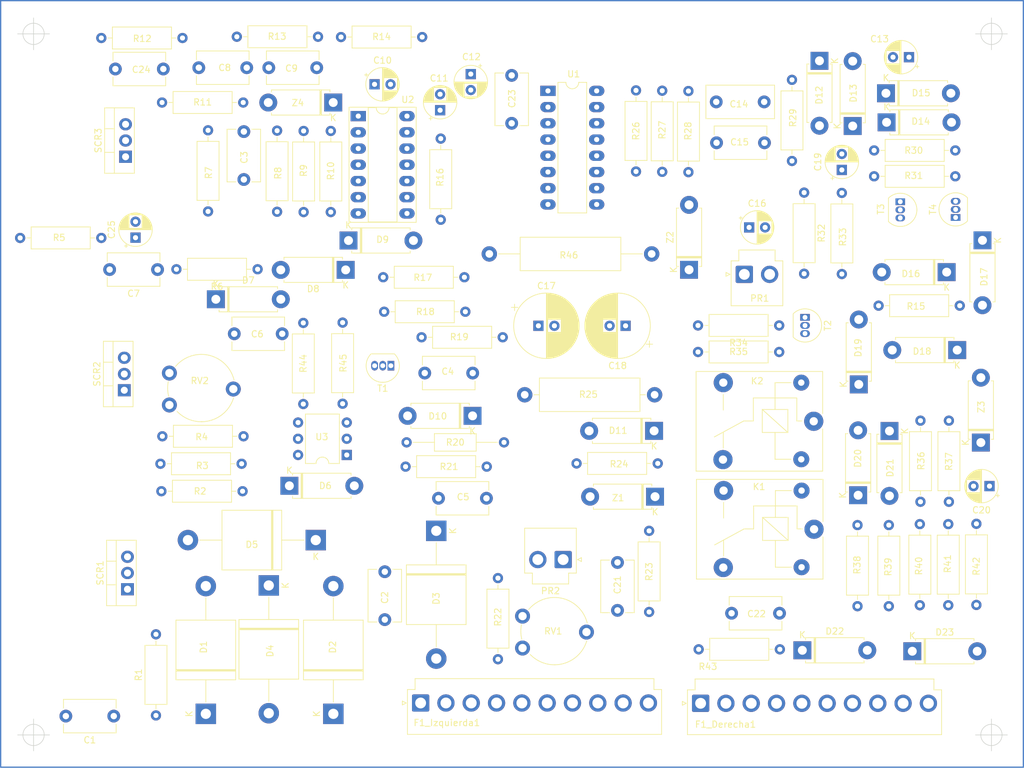
<source format=kicad_pcb>
(kicad_pcb (version 20211014) (generator pcbnew)
  (layers (0 "F.Cu" signal) (31 "B.Cu" signal) (34 "B.Paste" user) (35 "F.Paste" user) (36 "B.SilkS" user "B.Silkscreen") (37 "F.SilkS" user "F.Silkscreen") (38 "B.Mask" user) (39 "F.Mask" user) (44 "Edge.Cuts" user))
  (net 0 "")
  (net 1 "Net-(C1-Pad1)")
  (net 2 "/F1_Izq_pin10")
  (net 3 "Net-(C2-Pad1)")
  (net 4 "/F1_Izq_pin7")
  (net 5 "Net-(C3-Pad1)")
  (net 6 "Net-(C3-Pad2)")
  (net 7 "/+VCC")
  (net 8 "Net-(C4-Pad2)")
  (net 9 "/F1_Izq_pin6")
  (net 10 "GND")
  (net 11 "Net-(C6-Pad1)")
  (net 12 "Net-(C25-Pad1)")
  (net 13 "Net-(C8-Pad2)")
  (net 14 "Net-(C9-Pad2)")
  (net 15 "Net-(C11-Pad1)")
  (net 16 "/4027_12")
  (net 17 "Net-(C14-Pad2)")
  (net 18 "Net-(C15-Pad1)")
  (net 19 "/PR4_pin2_+VCC")
  (net 20 "/PR4_pin1")
  (net 21 "Net-(C19-Pad1)")
  (net 22 "Net-(C20-Pad1)")
  (net 23 "/F1_Izq_pin1")
  (net 24 "Net-(C21-Pad2)")
  (net 25 "/F1_Der_pin9")
  (net 26 "/4027_1")
  (net 27 "/F1_Izq_pin8")
  (net 28 "/R11")
  (net 29 "/F1_Izq_pin9")
  (net 30 "Net-(D6-Pad1)")
  (net 31 "Net-(D9-Pad2)")
  (net 32 "Net-(D10-Pad2)")
  (net 33 "Net-(D11-Pad1)")
  (net 34 "Net-(D12-Pad2)")
  (net 35 "Net-(D13-Pad1)")
  (net 36 "/4027_15")
  (net 37 "Net-(D16-Pad1)")
  (net 38 "Net-(D16-Pad2)")
  (net 39 "Net-(D17-Pad2)")
  (net 40 "Net-(D18-Pad1)")
  (net 41 "Net-(D18-Pad2)")
  (net 42 "Net-(D20-Pad1)")
  (net 43 "/F1_Der_pin5")
  (net 44 "/F1_Der_pin2")
  (net 45 "/F1_Der_pin1")
  (net 46 "/F1_Der_pin3")
  (net 47 "/F1_Der_pin4")
  (net 48 "/F1_Der_pin6")
  (net 49 "/F1_Der_pin7")
  (net 50 "/F1_Der_pin8")
  (net 51 "/F1_Der_pin10")
  (net 52 "/F1_Izq_pin2")
  (net 53 "/F1_Izq_pin4")
  (net 54 "/F1_Izq_pin5")
  (net 57 "Net-(R2-Pad1)")
  (net 58 "/R2")
  (net 59 "/R4")
  (net 60 "Net-(R7-Pad2)")
  (net 61 "Net-(R8-Pad2)")
  (net 62 "Net-(R11-Pad1)")
  (net 63 "/4027_14")
  (net 64 "/4027_7")
  (net 65 "Net-(R30-Pad2)")
  (net 66 "Net-(R32-Pad2)")
  (net 67 "Net-(R44-Pad1)")
  (net 68 "Net-(R45-Pad1)")
  (net 69 "Net-(R45-Pad2)")
  (net 73 "Net-(PR2-Pad1)")
  (net 74 "Net-(K1-Pad2)")
  (net 75 "Net-(R43-Pad1)")
  (footprint "Resistor_THT:R_Axial_DIN0309_L9.0mm_D3.2mm_P12.70mm_Horizontal" (layer "F.Cu") (at 220.0475 109.5 90)
    (fp_text reference "R37")
    (fp_text value "2,2K")
  )
  (footprint "Package_TO_SOT_THT:TO-92_Inline" (layer "F.Cu") (at 197.5375 80.63 -90)
    (fp_text reference "T2")
    (fp_text value "KSP92")
  )
  (footprint "Resistor_THT:R_Axial_DIN0309_L9.0mm_D3.2mm_P12.70mm_Horizontal" (layer "F.Cu") (at 95.9975 142.95 90)
    (fp_text reference "R1")
    (fp_text value "47")
  )
  (footprint "Capacitor_THT:CP_Radial_D5.0mm_P2.50mm" (layer "F.Cu") (at 92.7975 68.155112 90)
    (fp_text reference "C25")
    (fp_text value "22uFx100V")
  )
  (footprint "Resistor_THT:R_Axial_DIN0309_L9.0mm_D3.2mm_P12.70mm_Horizontal" (layer "F.Cu") (at 149.4975 134.15 90)
    (fp_text reference "R22")
    (fp_text value "12")
  )
  (footprint "Diode_THT:D_5W_P10.16mm_Horizontal" (layer "F.Cu") (at 219.6975 73.55 180)
    (fp_text reference "D16")
    (fp_text value "1N4148")
  )
  (footprint "Diode_THT:D_P600_R-6_P20.00mm_Horizontal" (layer "F.Cu") (at 120.9975 115.5 180)
    (fp_text reference "D5")
    (fp_text value "1N5408")
  )
  (footprint "Resistor_THT:R_Axial_DIN0309_L9.0mm_D3.2mm_P12.70mm_Horizontal" (layer "F.Cu") (at 109.3975 103.55 180)
    (fp_text reference "R3")
    (fp_text value "220")
  )
  (footprint "Capacitor_THT:CP_Radial_D5.0mm_P2.50mm" (layer "F.Cu") (at 145.2475 42.544888 -90)
    (fp_text reference "C12")
    (fp_text value "1uF x 50V")
  )
  (footprint "Resistor_THT:R_Axial_DIN0207_L6.3mm_D2.5mm_P15.24mm_Horizontal" (layer "F.Cu") (at 150.4475 100.2 180)
    (fp_text reference "R20")
    (fp_text value "6,8K")
  )
  (footprint "Capacitor_THT:C_Disc_D8.0mm_W5.0mm_P7.50mm" (layer "F.Cu") (at 109.7475 51.55 -90)
    (fp_text reference "C3")
    (fp_text value "103")
  )
  (footprint "Diode_THT:D_5W_P10.16mm_Horizontal" (layer "F.Cu") (at 126.1175 68.6)
    (fp_text reference "D9")
    (fp_text value "1N4148")
  )
  (footprint "Capacitor_THT:CP_Radial_D5.0mm_P2.50mm" (layer "F.Cu") (at 140.4475 48.205112 90)
    (fp_text reference "C11")
    (fp_text value "4,7uFx50V")
  )
  (footprint "Capacitor_THT:CP_Radial_D5.0mm_P2.50mm" (layer "F.Cu") (at 188.792388 66.55)
    (fp_text reference "C16")
    (fp_text value "33ufx50V")
  )
  (footprint "Capacitor_THT:CP_Radial_D5.0mm_P2.50mm" (layer "F.Cu") (at 203.2975 57.55 90)
    (fp_text reference "C19")
    (fp_text value "1uFx50V")
  )
  (footprint "Capacitor_THT:CP_Radial_D10.0mm_P2.50mm" (layer "F.Cu") (at 169.465177 81.95 180)
    (fp_text reference "C18")
    (fp_text value "100uFx50V")
  )
  (footprint "Resistor_THT:R_Axial_DIN0309_L9.0mm_D3.2mm_P12.70mm_Horizontal" (layer "F.Cu") (at 108.6475 36.7)
    (fp_text reference "R13")
    (fp_text value "33K")
  )
  (footprint "Capacitor_THT:C_Disc_D8.0mm_W5.0mm_P7.50mm" (layer "F.Cu") (at 113.6475 41.55)
    (fp_text reference "C9")
    (fp_text value "224x250V")
  )
  (footprint "Capacitor_THT:C_Disc_D8.0mm_W5.0mm_P7.50mm" (layer "F.Cu") (at 193.55 126.95 180)
    (fp_text reference "C22")
    (fp_text value "104K-250V")
  )
  (footprint "Capacitor_THT:CP_Radial_D5.0mm_P2.50mm" (layer "F.Cu") (at 130.192388 44.15)
    (fp_text reference "C10")
    (fp_text value "1ux50V")
  )
  (footprint "Resistor_THT:R_Axial_DIN0516_L15.5mm_D5.0mm_P20.32mm_Horizontal" (layer "F.Cu") (at 153.6875 92.75)
    (fp_text reference "R25")
    (fp_text value "47 x2 W")
  )
  (footprint "Package_DIP:DIP-6_W7.62mm" (layer "F.Cu") (at 125.8475 102.175 180)
    (fp_text reference "U3")
    (fp_text value "MOC3022M")
  )
  (footprint "Resistor_THT:R_Axial_DIN0309_L9.0mm_D3.2mm_P12.70mm_Horizontal" (layer "F.Cu") (at 205.7475 113.15 -90)
    (fp_text reference "R38")
    (fp_text value "470 x 0,5W")
  )
  (footprint "Connector_JST:JST_VH_B10P-VH-B_1x10_P3.96mm_Vertical" (layer "F.Cu") (at 181.2025 141.05)
    (fp_text reference "F1_Derecha1")
    (fp_text value "Conn_01x10_Male")
  )
  (footprint "Resistor_THT:R_Axial_DIN0309_L9.0mm_D3.2mm_P12.70mm_Horizontal" (layer "F.Cu") (at 123.3475 51.45 -90)
    (fp_text reference "R10")
    (fp_text value "330K")
  )
  (footprint "Resistor_THT:R_Axial_DIN0309_L9.0mm_D3.2mm_P12.70mm_Horizontal" (layer "F.Cu") (at 100.1475 36.9 180)
    (fp_text reference "R12")
    (fp_text value "220")
  )
  (footprint "Resistor_THT:R_Axial_DIN0309_L9.0mm_D3.2mm_P12.70mm_Horizontal" (layer "F.Cu") (at 131.6975 79.75)
    (fp_text reference "R18")
    (fp_text value "180K")
  )
  (footprint "Package_TO_SOT_THT:TO-220-3_Vertical" (layer "F.Cu") (at 91.0425 92.04 90)
    (fp_text reference "SCR2")
    (fp_text value "TYN612")
  )
  (footprint "Resistor_THT:R_Axial_DIN0309_L9.0mm_D3.2mm_P12.70mm_Horizontal" (layer "F.Cu") (at 135.0475 104)
    (fp_text reference "R21")
    (fp_text value "4,7K")
  )
  (footprint "Diode_THT:D_5W_P10.16mm_Horizontal" (layer "F.Cu") (at 197.1175 132.75)
    (fp_text reference "D22")
    (fp_text value "1N4007")
  )
  (footprint "Resistor_THT:R_Axial_DIN0309_L9.0mm_D3.2mm_P12.70mm_Horizontal" (layer "F.Cu") (at 180.7975 86.05)
    (fp_text reference "R35")
    (fp_text value "470 x 0,5W")
  )
  (footprint "Resistor_THT:R_Axial_DIN0309_L9.0mm_D3.2mm_P12.70mm_Horizontal" (layer "F.Cu") (at 179.2975 57.9 90)
    (fp_text reference "R28")
    (fp_text value "33K")
  )
  (footprint "Resistor_THT:R_Axial_DIN0309_L9.0mm_D3.2mm_P12.70mm_Horizontal" (layer "F.Cu") (at 109.6975 99.25 180)
    (fp_text reference "R4")
    (fp_text value "220")
  )
  (footprint "Resistor_THT:R_Axial_DIN0309_L9.0mm_D3.2mm_P12.70mm_Horizontal" (layer "F.Cu") (at 224.3475 112.95 -90)
    (fp_text reference "R42")
    (fp_text value "120K")
  )
  (footprint "Connector_JST:JST_VH_B10P-VH-B_1x10_P3.96mm_Vertical" (layer "F.Cu") (at 137.4 141)
    (fp_text reference "F1_Izquierda1")
    (fp_text value "Conn_01x10_Male")
  )
  (footprint "Resistor_THT:R_Axial_DIN0309_L9.0mm_D3.2mm_P12.70mm_Horizontal" (layer "F.Cu") (at 109.6475 47 180)
    (fp_text reference "R11")
    (fp_text value "47")
  )
  (footprint "Resistor_THT:R_Axial_DIN0309_L9.0mm_D3.2mm_P12.70mm_Horizontal" (layer "F.Cu") (at 150.2475 83.75 180)
    (fp_text reference "R19")
    (fp_text value "82K")
  )
  (footprint "Package_TO_SOT_THT:TO-92_Inline" (layer "F.Cu") (at 221.0975 65 90)
    (fp_text reference "T4")
    (fp_text value "BC548")
  )
  (footprint "Resistor_THT:R_Axial_DIN0309_L9.0mm_D3.2mm_P12.70mm_Horizontal" (layer "F.Cu") (at 208.3475 58.55)
    (fp_text reference "R31")
    (fp_text value "3,3K")
  )
  (footprint "Diode_THT:D_5W_P10.16mm_Horizontal" (layer "F.Cu") (at 221.3475 85.75 180)
    (fp_text reference "D18")
    (fp_text value "1N4148")
  )
  (footprint "Resistor_THT:R_Axial_DIN0309_L9.0mm_D3.2mm_P12.70mm_Horizontal" (layer "F.Cu") (at 111.8975 73.1 180)
    (fp_text reference "R6")
    (fp_text value "220K")
  )
  (footprint "Package_DIP:DIP-16_W7.62mm_LongPads" (layer "F.Cu") (at 157.3225 45.175)
    (fp_text reference "U1")
    (fp_text value "CD4027BE")
  )
  (footprint "Capacitor_THT:C_Disc_D8.0mm_W5.0mm_P7.50mm" (layer "F.Cu") (at 131.7975 127.95 90)
    (fp_text reference "C2")
    (fp_text value "224 x250 V")
  )
  (footprint "Diode_THT:D_5W_P10.16mm_Horizontal" (layer "F.Cu") (at 116.8675 107)
    (fp_text reference "D6")
    (fp_text value "1N4007")
  )
  (footprint "Resistor_THT:R_Axial_DIN0309_L9.0mm_D3.2mm_P12.70mm_Horizontal" (layer "F.Cu") (at 119.0475 94.2 90)
    (fp_text reference "R44")
    (fp_text value "82K")
  )
  (footprint "Capacitor_THT:C_Disc_D8.0mm_W5.0mm_P7.50mm" (layer "F.Cu") (at 145.5475 89.35 180)
    (fp_text reference "C4")
    (fp_text value "104")
  )
  (footprint "Resistor_THT:R_Axial_DIN0309_L9.0mm_D3.2mm_P12.70mm_Horizontal" (layer "F.Cu") (at 171.0975 45.1 -90)
    (fp_text reference "R26")
    (fp_text value "1,5M")
  )
  (footprint "Package_TO_SOT_THT:TO-220-3_Vertical" (layer "F.Cu") (at 91.2425 55.49 90)
    (fp_text reference "SCR3")
    (fp_text value "TYN612")
  )
  (footprint "Resistor_THT:R_Axial_DIN0309_L9.0mm_D3.2mm_P12.70mm_Horizontal" (layer "F.Cu") (at 114.9475 64.1 90)
    (fp_text reference "R8")
    (fp_text value "470K")
  )
  (footprint "Resistor_THT:R_Axial_DIN0309_L9.0mm_D3.2mm_P12.70mm_Horizontal" (layer "F.Cu") (at 109.5475 107.85 180)
    (fp_text reference "R2")
    (fp_text value "220")
  )
  (footprint "Diode_THT:D_5W_P10.16mm_Horizontal" (layer "F.Cu") (at 210.7475 98.42 -90)
    (fp_text reference "D21")
    (fp_text value "1N4007")
  )
  (footprint "Resistor_THT:R_Axial_DIN0309_L9.0mm_D3.2mm_P12.70mm_Horizontal" (layer "F.Cu") (at 208.3475 54.5)
    (fp_text reference "R30")
    (fp_text value "12K")
  )
  (footprint "Diode_THT:D_P600_R-6_P20.00mm_Horizontal" (layer "F.Cu") (at 103.7975 142.7 90)
    (fp_text reference "D1")
    (fp_text value "6A8")
  )
  (footprint "Resistor_THT:R_Axial_DIN0309_L9.0mm_D3.2mm_P12.70mm_Horizontal" (layer "F.Cu") (at 215.5975 109.5 90)
    (fp_text reference "R36")
    (fp_text value "22K")
  )
  (footprint "Diode_THT:D_5W_P10.16mm_Horizontal" (layer "F.Cu") (at 205.8475 108.48 90)
    (fp_text reference "D20")
    (fp_text value "IN4148")
  )
  (footprint "Capacitor_THT:C_Disc_D8.0mm_W5.0mm_P7.50mm" (layer "F.Cu") (at 96.2475 73.15 180)
    (fp_text reference "C7")
    (fp_text value "104")
  )
  (footprint "Resistor_THT:R_Axial_DIN0309_L9.0mm_D3.2mm_P12.70mm_Horizontal" (layer "F.Cu") (at 104.1475 51.35 -90)
    (fp_text reference "R7")
    (fp_text value "2,2K")
  )
  (footprint "Resistor_THT:R_Axial_DIN0309_L9.0mm_D3.2mm_P12.70mm_Horizontal" (layer "F.Cu") (at 124.9475 36.75)
    (fp_text reference "R14")
    (fp_text value "1M")
  )
  (footprint "Resistor_THT:R_Axial_DIN0309_L9.0mm_D3.2mm_P12.70mm_Horizontal" (layer "F.Cu") (at 195.4975 43.45 -90)
    (fp_text reference "R29")
    (fp_text value "33K")
  )
  (footprint "Resistor_THT:R_Axial_DIN0309_L9.0mm_D3.2mm_P12.70mm_Horizontal" (layer "F.Cu") (at 193.6 132.6 180)
    (fp_text reference "R43")
    (fp_text value "22")
  )
  (footprint "Capacitor_THT:C_Disc_D8.0mm_W5.0mm_P7.50mm" (layer "F.Cu") (at 102.6975 41.55)
    (fp_text reference "C8")
    (fp_text value "473")
  )
  (footprint "Resistor_THT:R_Axial_DIN0309_L9.0mm_D3.2mm_P12.70mm_Horizontal" (layer "F.Cu") (at 210.6475 113.15 -90)
    (fp_text reference "R39")
    (fp_text value "4,7K")
  )
  (footprint "Resistor_THT:R_Axial_DIN0309_L9.0mm_D3.2mm_P12.70mm_Horizontal" (layer "F.Cu") (at 174.4975 103.5 180)
    (fp_text reference "R24")
    (fp_text value "100")
  )
  (footprint "Capacitor_THT:C_Disc_D8.0mm_W5.0mm_P7.50mm" (layer "F.Cu") (at 140.1975 108.95)
    (fp_text reference "C5")
    (fp_text value "683")
  )
  (footprint "Potentiometer_THT:Potentiometer_Piher_PT-10-V10_Vertical" (layer "F.Cu") (at 98.0975 94.35)
    (fp_text reference "RV2")
    (fp_text value "100K")
  )
  (footprint "Diode_THT:D_P600_R-6_P20.00mm_Horizontal" (layer "F.Cu") (at 123.7475 142.7 90)
    (fp_text reference "D2")
    (fp_text value "6A8")
  )
  (footprint "Capacitor_THT:C_Disc_D10.5mm_W5.0mm_P7.50mm" (layer "F.Cu") (at 191.1475 46.9 180)
    (fp_text reference "C14")
    (fp_text value "473")
  )
  (footprint "Relay_THT:Relay_SPDT_SANYOU_SRD_Series_Form_C" (layer "F.Cu") (at 198.9 96.9 180)
    (fp_text reference "K2")
    (fp_text value "HJR-21FF-S-ZH")
  )
  (footprint "Resistor_THT:R_Axial_DIN0309_L9.0mm_D3.2mm_P12.70mm_Horizontal" (layer "F.Cu") (at 119.0975 51.45 -90)
    (fp_text reference "R9")
    (fp_text value "1,5M")
  )
  (footprint "Capacitor_THT:C_Disc_D8.0mm_W5.0mm_P7.50mm" (layer "F.Cu") (at 151.6475 50.25 90)
    (fp_text reference "C23")
    (fp_text value "103")
  )
  (footprint "Capacitor_THT:CP_Radial_D5.0mm_P2.50mm" (layer "F.Cu") (at 226.3975 107.05 180)
    (fp_text reference "C20")
    (fp_text value "47uFx50V")
  )
  (footprint "Potentiometer_THT:Potentiometer_Piher_PT-10-V10_Vertical" (layer "F.Cu") (at 153.3475 132.4)
    (fp_text reference "RV1")
    (fp_text value "500")
  )
  (footprint "Capacitor_THT:C_Disc_D8.0mm_W5.0mm_P7.50mm" (layer "F.Cu") (at 89.6475 41.75)
    (fp_text reference "C24")
    (fp_text value "224 x 250V")
  )
  (footprint "Diode_THT:D_P600_R-6_P20.00mm_Horizontal" (layer "F.Cu") (at 139.8475 114.05 -90)
    (fp_text reference "D3")
    (fp_text value "1N5408")
  )
  (footprint "Connector_JST:JST_VH_B2P-VH_1x02_P3.96mm_Vertical" (layer "F.Cu") (at 188.04 73.9)
    (fp_text reference "PR1")
    (fp_text value "Molex")
  )
  (footprint "Resistor_THT:R_Axial_DIN0309_L9.0mm_D3.2mm_P12.70mm_Horizontal" (layer "F.Cu") (at 221.7475 78.8 180)
    (fp_text reference "R15")
    (fp_text value "56K")
  )
  (footprint "Resistor_THT:R_Axial_DIN0309_L9.0mm_D3.2mm_P12.70mm_Horizontal" (layer "F.Cu") (at 173.15 126.75 90)
    (fp_text reference "R23")
    (fp_text value "22")
  )
  (footprint "Package_TO_SOT_THT:TO-92_Inline" (layer "F.Cu") (at 132.7475 88.2 180)
    (fp_text reference "T1")
    (fp_text value "BC556")
  )
  (footprint "Diode_THT:D_5W_P10.16mm_Horizontal" (layer "F.Cu") (at 214.3175 132.9)
    (fp_text reference "D23")
    (fp_text value "1N4007")
  )
  (footprint "Capacitor_THT:CP_Radial_D5.0mm_P2.50mm" (layer "F.Cu") (at 213.802612 39.9 180)
    (fp_text reference "C13")
    (fp_text value "10uFx50V")
  )
  (footprint "Diode_THT:D_5W_P10.16mm_Horizontal" (layer "F.Cu") (at 205.9475 91.13 90)
    (fp_text reference "D19")
    (fp_text value "IN4148")
  )
  (footprint "Diode_THT:D_5W_P10.16mm_Horizontal" (layer "F.Cu") (at 225.2975 68.57 -90)
    (fp_text reference "D17")
    (fp_text value "1N4148")
  )
  (footprint "Diode_THT:D_5W_P10.16mm_Horizontal" (layer "F.Cu") (at 179.3975 73.18 90)
    (fp_text reference "Z2")
    (fp_text value "1N4742A")
  )
  (footprint "Capacitor_THT:CP_Radial_D10.0mm_P2.50mm" (layer "F.Cu") (at 155.829823 81.95)
    (fp_text reference "C17")
    (fp_text value "100uFx50V")
  )
  (footprint "Capacitor_THT:C_Disc_D8.0mm_W5.0mm_P7.50mm" (layer "F.Cu") (at 89.3975 143.05 180)
    (fp_text reference "C1")
    (fp_text value "683")
  )
  (footprint "Diode_THT:D_P600_R-6_P20.00mm_Horizontal" (layer "F.Cu") (at 113.6475 122.6 -90)
    (fp_text reference "D4")
    (fp_text value "1N5408")
  )
  (footprint "Capacitor_THT:C_Disc_D8.0mm_W5.0mm_P7.50mm" (layer "F.Cu") (at 168.2 126.5 90)
    (fp_text reference "C21")
    (fp_text value "104K-250V")
  )
  (footprint "Diode_THT:D_5W_P10.16mm_Horizontal" (layer "F.Cu") (at 125.6775 73.2 180)
    (fp_text reference "D8")
    (fp_text value "1N4148")
  )
  (footprint "Resistor_THT:R_Axial_DIN0309_L9.0mm_D3.2mm_P12.70mm_Horizontal" (layer "F.Cu") (at 203.2975 61.15 -90)
    (fp_text reference "R33")
    (fp_text value "4,7K")
  )
  (footprint "Diode_THT:D_5W_P10.16mm_Horizontal" (layer "F.Cu") (at 173.9275 98.4 180)
    (fp_text reference "D11")
    (fp_text value "1N4007")
  )
  (footprint "Package_TO_SOT_THT:TO-220-3_Vertical" (layer "F.Cu") (at 91.5425 123.19 90)
    (fp_text reference "SCR1")
    (fp_text value "TYN612")
  )
  (footprint "Resistor_THT:R_Axial_DIN0516_L15.5mm_D5.0mm_P25.40mm_Horizontal" (layer "F.Cu") (at 173.5475 70.7 180)
    (fp_text reference "R46")
    (fp_text value "150 X 5 W")
  )
  (footprint "Diode_THT:D_5W_P10.16mm_Horizontal" (layer "F.Cu") (at 210.1975 45.55)
    (fp_text reference "D15")
    (fp_text value "1N4148")
  )
  (footprint "Resistor_THT:R_Axial_DIN0309_L9.0mm_D3.2mm_P12.70mm_Horizontal" (layer "F.Cu") (at 87.4475 68.2 180)
    (fp_text reference "R5")
    (fp_text value "R2,2K")
  )
  (footprint "Relay_THT:Relay_SPDT_SANYOU_SRD_Series_Form_C" (layer "F.Cu") (at 198.95 113.8 180)
    (fp_text reference "K1")
    (fp_text value "HJR-21FF-S-ZH")
  )
  (footprint "Resistor_THT:R_Axial_DIN0309_L9.0mm_D3.2mm_P12.70mm_Horizontal" (layer "F.Cu") (at 125.1975 81.45 -90)
    (fp_text reference "R45")
    (fp_text value "680")
  )
  (footprint "Connector_JST:JST_VH_B2P-VH_1x02_P3.96mm_Vertical" (layer "F.Cu") (at 159.6975 118.55 180)
    (fp_text reference "PR2")
    (fp_text value "Molex")
  )
  (footprint "Package_DIP:DIP-14_W7.62mm_Socket_LongPads" (layer "F.Cu") (at 127.6475 49.125)
    (fp_text reference "U2")
    (fp_text value "LM324")
  )
  (footprint "Resistor_THT:R_Axial_DIN0309_L9.0mm_D3.2mm_P12.70mm_Horizontal" (layer "F.Cu") (at 215.4975 113 -90)
    (fp_text reference "R40")
    (fp_text value "6,8K")
  )
  (footprint "Diode_THT:D_5W_P10.16mm_Horizontal" (layer "F.Cu") (at 174.0775 108.7 180)
    (fp_text reference "Z1")
    (fp_text value "IN4734A")
  )
  (footprint "Resistor_THT:R_Axial_DIN0309_L9.0mm_D3.2mm_P12.70mm_Horizontal" (layer "F.Cu") (at 175.1975 45.15 -90)
    (fp_text reference "R27")
    (fp_text value "2,2M")
  )
  (footprint "Resistor_THT:R_Axial_DIN0309_L9.0mm_D3.2mm_P12.70mm_Horizontal" (layer "F.Cu") (at 140.5475 65.35 90)
    (fp_text reference "R16")
    (fp_text value "12K")
  )
  (footprint "Resistor_THT:R_Axial_DIN0309_L9.0mm_D3.2mm_P12.70mm_Horizontal" (layer "F.Cu") (at 197.3975 61.1 -90)
    (fp_text reference "R32")
    (fp_text value "33K")
  )
  (footprint "Diode_THT:D_5W_P10.16mm_Horizontal" (layer "F.Cu") (at 204.9975 50.68 90)
    (fp_text reference "D13")
    (fp_text value "1N4148")
  )
  (footprint "Resistor_THT:R_Axial_DIN0309_L9.0mm_D3.2mm_P12.70mm_Horizontal" (layer "F.Cu") (at 144.2475 74.35 180)
    (fp_text reference "R17")
    (fp_text value "12K")
  )
  (footprint "Resistor_THT:R_Axial_DIN0309_L9.0mm_D3.2mm_P12.70mm_Horizontal" (layer "F.Cu") (at 219.9475 125.7 90)
    (fp_text reference "R41")
    (fp_text value "4,7K")
  )
  (footprint "Diode_THT:D_5W_P10.16mm_Horizontal" (layer "F.Cu") (at 210.2975 50.1)
    (fp_text reference "D14")
    (fp_text value "1N4148")
  )
  (footprint "Diode_THT:D_5W_P10.16mm_Horizontal" (layer "F.Cu") (at 145.5275 96.05 180)
    (fp_text reference "D10")
    (fp_text value "1N4148")
  )
  (footprint "Diode_THT:D_5W_P10.16mm_Horizontal" (layer "F.Cu") (at 225.0475 100.23 90)
    (fp_text reference "Z3")
    (fp_text value "1N4735A")
  )
  (footprint "Diode_THT:D_5W_P10.16mm_Horizontal" (layer "F.Cu") (at 105.3675 77.8)
    (fp_text reference "D7")
    (fp_text value "1N4148")
  )
  (footprint "Diode_THT:D_5W_P10.16mm_Horizontal" (layer "F.Cu") (at 199.7975 40.47 -90)
    (fp_text reference "D12")
    (fp_text value "1N4148")
  )
  (footprint "Resistor_THT:R_Axial_DIN0309_L9.0mm_D3.2mm_P12.70mm_Horizontal" (layer "F.Cu") (at 193.4975 81.9 180)
    (fp_text reference "R34")
    (fp_text value "12K")
  )
  (footprint "Package_TO_SOT_THT:TO-92_Inline" (layer "F.Cu") (at 212.4375 62.53 -90)
    (fp_text reference "T3")
    (fp_text value "BC548")
  )
  (footprint "Diode_THT:D_5W_P10.16mm_Horizontal" (layer "F.Cu") (at 123.7275 47 180)
    (fp_text reference "Z4")
    (fp_text value "1N4735A")
  )
  (footprint "Capacitor_THT:C_Disc_D8.0mm_W5.0mm_P7.50mm" (layer "F.Cu") (at 183.6975 53.3)
    (fp_text reference "C15")
    (fp_text value "473")
  )
  (footprint "Capacitor_THT:C_Disc_D8.0mm_W5.0mm_P7.50mm" (layer "F.Cu") (at 115.7475 83.2 180)
    (fp_text reference "C6")
    (fp_text value "103")
  )
  (gr_rect (start 71.6975 31.05) (end 231.6975 151.05) (layer "B.Cu") (width 0.2) (fill none))
  (target plus (at 76.85 36.25) (size 5) (width 0.1) (layer "Edge.Cuts"))
  (target plus (at 226.7 146) (size 5) (width 0.1) (layer "Edge.Cuts"))
  (target plus (at 76.85 146) (size 5) (width 0.1) (layer "Edge.Cuts"))
  (target plus (at 226.7 36.25) (size 5) (width 0.1) (layer "Edge.Cuts"))
  (segment (start 193.55 132.55) (end 193.6 132.6) (width 1) (layer "B.Cu") (net 75))
)
</source>
